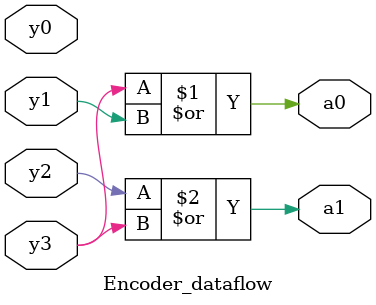
<source format=v>

module Encoder_dataflow(a0,a1,y0,y1,y2,y3);
output a0,a1;
input  y0,y1,y2,y3;
assign a0=(y3|y1);
assign a1=(y2|y3);

endmodule

</source>
